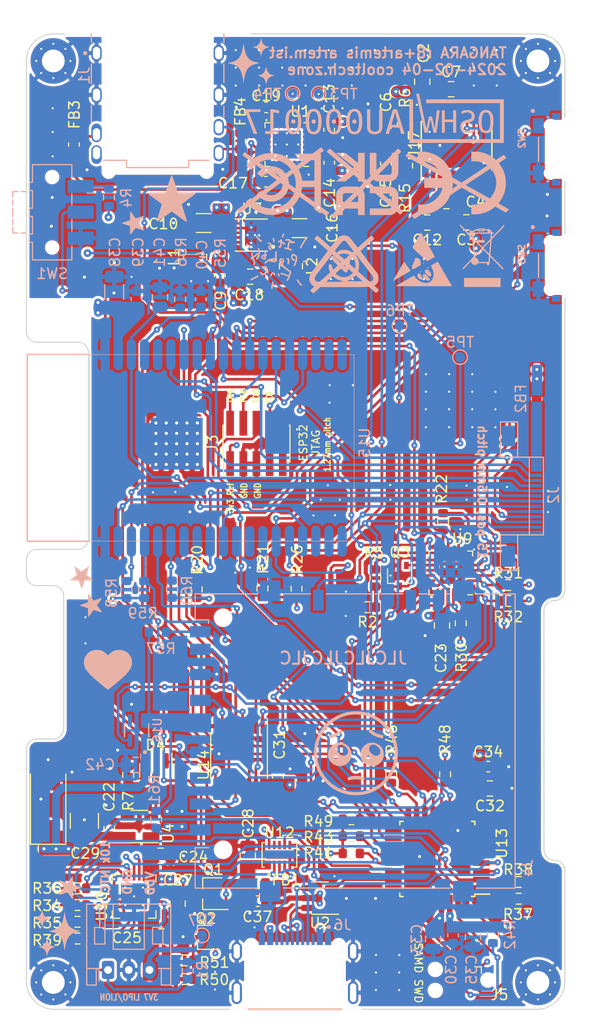
<source format=kicad_pcb>
(kicad_pcb (version 20221018) (generator pcbnew)

  (general
    (thickness 1.566672)
  )

  (paper "A4")
  (title_block
    (comment 4 "AISLER Project ID: ATEUINQR")
  )

  (layers
    (0 "F.Cu" signal)
    (1 "In1.Cu" signal)
    (2 "In2.Cu" signal)
    (31 "B.Cu" signal)
    (32 "B.Adhes" user "B.Adhesive")
    (33 "F.Adhes" user "F.Adhesive")
    (34 "B.Paste" user)
    (35 "F.Paste" user)
    (36 "B.SilkS" user "B.Silkscreen")
    (37 "F.SilkS" user "F.Silkscreen")
    (38 "B.Mask" user)
    (39 "F.Mask" user)
    (40 "Dwgs.User" user "User.Drawings")
    (41 "Cmts.User" user "User.Comments")
    (42 "Eco1.User" user "User.Eco1")
    (43 "Eco2.User" user "User.Eco2")
    (44 "Edge.Cuts" user)
    (45 "Margin" user)
    (46 "B.CrtYd" user "B.Courtyard")
    (47 "F.CrtYd" user "F.Courtyard")
    (48 "B.Fab" user)
    (49 "F.Fab" user)
    (50 "User.1" user)
    (51 "User.2" user)
    (52 "User.3" user)
    (53 "User.4" user)
    (54 "User.5" user)
    (55 "User.6" user)
    (56 "User.7" user)
    (57 "User.8" user)
    (58 "User.9" user)
  )

  (setup
    (stackup
      (layer "F.SilkS" (type "Top Silk Screen") (color "White"))
      (layer "F.Paste" (type "Top Solder Paste"))
      (layer "F.Mask" (type "Top Solder Mask") (color "Purple") (thickness 0.0254))
      (layer "F.Cu" (type "copper") (thickness 0.04318))
      (layer "dielectric 1" (type "prepreg") (thickness 0.202184) (material "FR408-HR") (epsilon_r 3.69) (loss_tangent 0.0091))
      (layer "In1.Cu" (type "copper") (thickness 0.017272))
      (layer "dielectric 2" (type "core") (thickness 0.9906) (material "FR408-HR") (epsilon_r 3.69) (loss_tangent 0.0091))
      (layer "In2.Cu" (type "copper") (thickness 0.017272))
      (layer "dielectric 3" (type "prepreg") (thickness 0.202184) (material "FR408-HR") (epsilon_r 3.69) (loss_tangent 0.0091))
      (layer "B.Cu" (type "copper") (thickness 0.04318))
      (layer "B.Mask" (type "Bottom Solder Mask") (color "Purple") (thickness 0.0254))
      (layer "B.Paste" (type "Bottom Solder Paste"))
      (layer "B.SilkS" (type "Bottom Silk Screen") (color "White"))
      (copper_finish "None")
      (dielectric_constraints no)
    )
    (pad_to_mask_clearance 0)
    (aux_axis_origin 117.25 51)
    (pcbplotparams
      (layerselection 0x00010fc_ffffffff)
      (plot_on_all_layers_selection 0x0000000_00000000)
      (disableapertmacros false)
      (usegerberextensions false)
      (usegerberattributes true)
      (usegerberadvancedattributes true)
      (creategerberjobfile true)
      (dashed_line_dash_ratio 12.000000)
      (dashed_line_gap_ratio 3.000000)
      (svgprecision 6)
      (plotframeref false)
      (viasonmask false)
      (mode 1)
      (useauxorigin false)
      (hpglpennumber 1)
      (hpglpenspeed 20)
      (hpglpendiameter 15.000000)
      (dxfpolygonmode true)
      (dxfimperialunits true)
      (dxfusepcbnewfont true)
      (psnegative false)
      (psa4output false)
      (plotreference true)
      (plotvalue true)
      (plotinvisibletext false)
      (sketchpadsonfab false)
      (subtractmaskfromsilk true)
      (outputformat 1)
      (mirror false)
      (drillshape 0)
      (scaleselection 1)
      (outputdirectory "gerbers2")
    )
  )

  (net 0 "")
  (net 1 "GND")
  (net 2 "/ESP_EN")
  (net 3 "BAT_LEVEL")
  (net 4 "SYS_POWER")
  (net 5 "USB.DP")
  (net 6 "USB.DN")
  (net 7 "3.5mm_DETECT")
  (net 8 "/JTAG.TMS")
  (net 9 "/JTAG.TCK")
  (net 10 "/JTAG.TDO")
  (net 11 "/JTAG.TDI")
  (net 12 "/SWD.SWDIO")
  (net 13 "/SWD.SWCLK")
  (net 14 "/SWD.RESET")
  (net 15 "/Power/NTC")
  (net 16 "~{CHG_PWR_OK}")
  (net 17 "I2C.SCL")
  (net 18 "VBUS")
  (net 19 "I2C.SDA")
  (net 20 "ESP_SPI.PICO")
  (net 21 "unconnected-(U9-IO0_5-Pad6)")
  (net 22 "ESP_SPI.SCLK")
  (net 23 "ESP_SPI.DISPLAY_CS")
  (net 24 "DISPLAY_LED_EN")
  (net 25 "/ESP_BOOT")
  (net 26 "~{SD_VDD_EN}")
  (net 27 "/UART.ESP.TX")
  (net 28 "ESP_SPI.POCI")
  (net 29 "DAC.DATA")
  (net 30 "DAC.BCK")
  (net 31 "ESP_SPI.SD_CS")
  (net 32 "DAC.LRCK")
  (net 33 "SAMD_SPI.POCI")
  (net 34 "/UART.ESP.RX")
  (net 35 "SAMD_SPI.CS")
  (net 36 "SAMD_SPI.PICO")
  (net 37 "/~{SAMD_INT}")
  (net 38 "SAMD_SPI.SCLK")
  (net 39 "CHG_SEL")
  (net 40 "AMP_EN")
  (net 41 "/Power/VBUS_SWITCHED")
  (net 42 "~{GPIO_INT}")
  (net 43 "USB_TCC0")
  (net 44 "USB_TCC1")
  (net 45 "KEY_LOCK")
  (net 46 "CHG_STAT1")
  (net 47 "CHG_STAT2")
  (net 48 "~{TOUCH_INT}")
  (net 49 "DISPLAY_DR")
  (net 50 "+3V3")
  (net 51 "+5VA")
  (net 52 "-5VA")
  (net 53 "KEY_VOL_UP")
  (net 54 "Net-(J7-Pin_3)")
  (net 55 "Net-(U1B-+)")
  (net 56 "KEY_VOL_DOWN")
  (net 57 "Net-(J4-CD{slash}DAT3)")
  (net 58 "Net-(J4-CMD)")
  (net 59 "Net-(J4-CLK)")
  (net 60 "Net-(J4-DAT0)")
  (net 61 "Net-(J4-DAT1)")
  (net 62 "Net-(J4-DAT2)")
  (net 63 "unconnected-(J1-Pad6)")
  (net 64 "Net-(J6-CC1)")
  (net 65 "Net-(U13-VDDCORE)")
  (net 66 "unconnected-(J3-UART_TX-Pad7)")
  (net 67 "unconnected-(J3-UART_RX-Pad9)")
  (net 68 "unconnected-(J3-nRst-Pad10)")
  (net 69 "unconnected-(J6-SBU1-PadA8)")
  (net 70 "unconnected-(J6-SBU2-PadB8)")
  (net 71 "Net-(U7-SWN)")
  (net 72 "Net-(U7-SWP)")
  (net 73 "Net-(Q1-G)")
  (net 74 "Net-(U1A-+)")
  (net 75 "Net-(U1A--)")
  (net 76 "Net-(C17-Pad2)")
  (net 77 "Net-(U1B--)")
  (net 78 "Net-(C19-Pad2)")
  (net 79 "Net-(U14E-~{OE})")
  (net 80 "Net-(U14E-S)")
  (net 81 "SYS_PWR_EN_SAMD")
  (net 82 "Net-(U10-CE)")
  (net 83 "Net-(U10-PROG3)")
  (net 84 "Net-(U10-PROG2)")
  (net 85 "Net-(U10-PROG1)")
  (net 86 "unconnected-(U1C-NC-Pad4)")
  (net 87 "unconnected-(U1-Pad6)")
  (net 88 "unconnected-(U1-Pad7)")
  (net 89 "unconnected-(U1-Pad8)")
  (net 90 "unconnected-(U1C-NC-Pad15)")
  (net 91 "unconnected-(U12-ORIENT-Pad8)")
  (net 92 "unconnected-(U12-SWMONI-Pad9)")
  (net 93 "unconnected-(U15-I39{slash}NOINT-Pad5)")
  (net 94 "unconnected-(U15-SHD{slash}SD2-Pad17)")
  (net 95 "unconnected-(U15-SWP{slash}SD3-Pad18)")
  (net 96 "unconnected-(U15-SCS{slash}CMD-Pad19)")
  (net 97 "unconnected-(U15-SCK{slash}CLK-Pad20)")
  (net 98 "unconnected-(U15-SDO{slash}SD0-Pad21)")
  (net 99 "unconnected-(U15-SDI{slash}SD1-Pad22)")
  (net 100 "unconnected-(U15-IO16-Pad27)")
  (net 101 "unconnected-(U15-IO17-Pad28)")
  (net 102 "unconnected-(U15-NC-Pad32)")
  (net 103 "Net-(J2-Pin_13)")
  (net 104 "Net-(FB3-Pad2)")
  (net 105 "Net-(FB4-Pad2)")
  (net 106 "Net-(J4-VDD)")
  (net 107 "unconnected-(U16-NC-Pad4)")
  (net 108 "Net-(SW1-C)")
  (net 109 "Net-(Q1-S)")
  (net 110 "DAC.MCK")
  (net 111 "SD_CD")
  (net 112 "Net-(U17-CPCA)")
  (net 113 "Net-(U17-CPCB)")
  (net 114 "unconnected-(U1-Pad1)")
  (net 115 "Net-(U17-VMID)")
  (net 116 "Net-(U17-CPVOUTN)")
  (net 117 "unconnected-(U1-Pad23)")
  (net 118 "Net-(U17-LINEVOUTL)")
  (net 119 "Net-(U17-LINEVOUTR)")
  (net 120 "unconnected-(U1-Pad24)")
  (net 121 "unconnected-(U17-ZFLAG-Pad7)")
  (net 122 "unconnected-(U9-IO0_6-Pad7)")
  (net 123 "Net-(Q3-G)")
  (net 124 "unconnected-(U9-IO1_5-Pad15)")
  (net 125 "unconnected-(U9-IO1_6-Pad16)")
  (net 126 "unconnected-(U9-IO1_7-Pad17)")
  (net 127 "Net-(U4-EN)")
  (net 128 "unconnected-(U4-NC-Pad4)")
  (net 129 "unconnected-(U13-PA06-Pad7)")
  (net 130 "unconnected-(U13-PA27-Pad25)")
  (net 131 "unconnected-(U13-PA28-Pad27)")
  (net 132 "Net-(Q2-D)")
  (net 133 "Net-(J6-CC2)")
  (net 134 "unconnected-(U13-PA07-Pad8)")
  (net 135 "unconnected-(U9-IO1_3-Pad13)")
  (net 136 "Net-(J6-DP-PadA6)")
  (net 137 "Net-(J6-DN-PadA7)")
  (net 138 "AMP_MUTE")
  (net 139 "unconnected-(J5-SWO-Pad6)")

  (footprint "Package_TO_SOT_SMD:TSOT-23" (layer "F.Cu") (at 135.476849 134.455179 180))

  (footprint "Package_TO_SOT_SMD:SOT-23-5" (layer "F.Cu") (at 128.415497 127.954481 180))

  (footprint "footprints:MountingHole_2.2mm_M2_Pad_Via2" (layer "F.Cu") (at 166.9 143))

  (footprint "Inductor_SMD:L_1008_2520Metric" (layer "F.Cu") (at 133.801417 72.973879 90))

  (footprint "Capacitor_SMD:C_0805_2012Metric" (layer "F.Cu") (at 130.473198 130.774567))

  (footprint "Resistor_SMD:R_0603_1608Metric" (layer "F.Cu") (at 122.434189 137.149989 180))

  (footprint "Resistor_SMD:R_0603_1608Metric" (layer "F.Cu") (at 151.198456 103.968297 -90))

  (footprint "footprints:QFN-20-1EP_4x4mm_P0.5mm_EP2.5x2.5mm_ThermalVias2" (layer "F.Cu") (at 127.902083 134.695156 -90))

  (footprint "Capacitor_SMD:C_0805_2012Metric" (layer "F.Cu") (at 130.529632 138.571066))

  (footprint "Capacitor_SMD:C_0603_1608Metric" (layer "F.Cu") (at 152.216943 60.416276 -90))

  (footprint "Package_DFN_QFN:HVQFN-24-1EP_4x4mm_P0.5mm_EP2.1x2.1mm" (layer "F.Cu") (at 158.484595 103.47166 180))

  (footprint "Package_TO_SOT_SMD:SOT-23" (layer "F.Cu") (at 130.000805 122.549717 -90))

  (footprint "Resistor_SMD:R_0603_1608Metric" (layer "F.Cu") (at 148.873745 127.25515))

  (footprint "Capacitor_Tantalum_SMD:CP_EIA-6032-28_Kemet-C" (layer "F.Cu") (at 119.6 125.9 90))

  (footprint "Capacitor_SMD:C_0603_1608Metric" (layer "F.Cu") (at 136.172745 74.724126 -90))

  (footprint "Resistor_SMD:R_0603_1608Metric" (layer "F.Cu") (at 165.049071 134.922126 180))

  (footprint "Resistor_SMD:R_0603_1608Metric" (layer "F.Cu") (at 159.445045 108.327463 90))

  (footprint "Capacitor_SMD:C_0603_1608Metric" (layer "F.Cu") (at 125.5 128.089529 90))

  (footprint "Package_TO_SOT_SMD:SOT-323_SC-70" (layer "F.Cu") (at 153.539681 103.751753 -90))

  (footprint "Capacitor_SMD:C_0603_1608Metric" (layer "F.Cu") (at 146.738191 60.685697 -90))

  (footprint "Resistor_SMD:R_0603_1608Metric" (layer "F.Cu") (at 165.050103 133.305697 180))

  (footprint "Capacitor_SMD:C_0603_1608Metric" (layer "F.Cu") (at 152.216095 63.952058 90))

  (footprint "footprints:BD91N01NUX-E2" (layer "F.Cu") (at 141.938445 130.694772 90))

  (footprint "Connector:Tag-Connect_TC2030-IDC-NL_2x03_P1.27mm_Vertical" (layer "F.Cu") (at 159.53 142.765 180))

  (footprint "Capacitor_SMD:C_0805_2012Metric" (layer "F.Cu") (at 159.982062 69.634671 180))

  (footprint "Resistor_SMD:R_0603_1608Metric" (layer "F.Cu") (at 122.434189 138.766966 180))

  (footprint "Inductor_SMD:L_0603_1608Metric" (layer "F.Cu") (at 139.793489 133.408759 180))

  (footprint "Resistor_SMD:R_0603_1608Metric" (layer "F.Cu") (at 148.873745 130.546956))

  (footprint "Resistor_SMD:R_0805_2012Metric" (layer "F.Cu") (at 154.05507 60.232017 -90))

  (footprint "Capacitor_SMD:C_0603_1608Metric" (layer "F.Cu") (at 140.620589 65.704592 180))

  (footprint "Capacitor_SMD:C_0805_2012Metric" (layer "F.Cu") (at 132.103885 135.401996 -90))

  (footprint "Capacitor_SMD:C_0603_1608Metric" (layer "F.Cu") (at 139.845147 135.157118 180))

  (footprint "Resistor_SMD:R_0603_1608Metric" (layer "F.Cu") (at 157.736387 98.523188 90))

  (footprint "Capacitor_SMD:C_0805_2012Metric" (layer "F.Cu") (at 139.111897 74.874786))

  (footprint "Resistor_SMD:R_0603_1608Metric" (layer "F.Cu") (at 122.439406 135.533013))

  (footprint "Resistor_SMD:R_0603_1608Metric" (layer "F.Cu") (at 132.78644 140.877326))

  (footprint "Inductor_SMD:L_1008_2520Metric" (layer "F.Cu") (at 143.044904 73.86026 -90))

  (footprint "Capacitor_SMD:C_0805_2012Metric" (layer "F.Cu") (at 156.207041 69.648592 180))

  (footprint "Capacitor_SMD:C_0805_2012Metric" (layer "F.Cu") (at 158.07357 67.582319 180))

  (footprint "Package_SO:TSSOP-16_4.4x5mm_P0.65mm" (layer "F.Cu") (at 138.037154 121.127252 -90))

  (footprint "Capacitor_SMD:C_0805_2012Metric" (layer "F.Cu") (at 158.513691 56.778764))

  (footprint "Inductor_SMD:L_0603_1608Metric" (layer "F.Cu") (at 138.136435 61.76766 -90))

  (footprint "Resistor_SMD:R_0603_1608Metric" (layer "F.Cu") (at 133.941895 105.064074 90))

  (footprint "NetTie:NetTie-2_SMD_Pad0.5mm" (layer "F.Cu") (at 146.902022 104.10454 -90))

  (footprint "Resistor_SMD:R_0603_1608Metric" (layer "F.Cu") (at 143.585559 104.993281 90))

  (footprint "Resistor_SMD:R_0603_1608Metric" (layer "F.Cu")
    (tstamp 974fc9af-946e-4fa0-850c-66d1e6e525aa)
    (at 140.296114 104.976392 90)
    (descr "Resistor SMD 0603 (1608 Metric), square (rectangular) end terminal, IPC_7351 nominal, (Body size source: IPC-SM-782 page 72, https://www.pcb-3d.com/wordpress/wp-content/uploads/ipc-sm-782a_amendment_1_and_2.pdf), generated with kicad-footprint-generator")
    (tags "resistor")
    (property "MPN" "AC0603JR-0710KL")
    (property "PN" "")
    (property "Sheetfile" "tangara-mainboard.kicad_sch")
    (property "Sheetname" "")
    (property "ki_description" "Resistor, small symbol")
    (property "ki_keywords" "R resistor")
    (path "/0c33a120-06ee-4632-8d04-d46518c64316")
    (attr smd)
    (fp_text reference "R21" (at 4.395068 0.062208 90) (layer "F.SilkS")
        (effects (font (size 1 1) (thickness 0.15)) (justify right))
      (tstamp b1a76529-2182-4716-b6bf-8a3760bac41f)
    )
    (fp_text value "10kΩ" (at 0 1.43 90) (layer "F.Fab")
        (effects (font (size 1 1) (thickness 0.15)))
      (tstamp aec951bc-8501-44ed-8ec4-b34c9cc7f164)
    )
    (fp_text user "${REFERENCE}" (at 0 0 90) (layer "F.Fab")
        (effects (font (size 0.4 0.4) (thickness 0.06)))
      (tstamp 7985930e-b2f7-48c7-8923-7f2974540d2e)
    )
    (fp_line (start -0.237258 -0.5225) (end 0.237258 -0.5225)
      (stroke (width 0.12) (type solid)) (layer "F.SilkS") (tstamp 6f038f0b-246b-4157-ab10-2073b1430396))
    (fp_line (start -0.237258 0.5225) (end 0.237258 0.5225)
      (stroke (width 0.12) (type solid)) (layer "F.SilkS") (tstamp 0308150d-8ff9-462f-a731-9428aeb50353))
    (fp_line (start -1.48 -0.73) (end 1.48 -0.73)
      (stroke (width 0.05) (type solid)) (layer "F.CrtYd") (tstamp adefb526-1368-4b84-99e3-fa6e89e7e71d))
    (fp_line (start -1.48 0.73) (end -1.48 -0.73)
      (stroke (width 0.05) (type solid)) (layer "F.CrtYd") (tstamp 06b5a7e5-7607-42a8-a371-4db35f3b00a9))
    (fp_line (start 1.48 -0.73) (end 1.48 0.73)
      (stroke (width 0.05) (type solid)) (layer "F.CrtYd") (tstamp e47f6768-3dd2-464e-8189-9b5f2503a97f))
    (fp_line (start 1.48 0.73) (end -1.48 0.73)
      (stroke (width 0.05) (type solid)) (layer "F.CrtYd") (tstamp d2bda7af-1b47-441d-bc4e-ba29cdca376f))
    (fp_line (start -0.8 -0.4125) (end 0.8 -0.4125)
      (stroke (width 0.1) (type solid)) (layer "F.Fab") (tstamp 19e321af-f1c4-446e-b4fb-e89d82d05cf7))
    (fp_line (start -0.8 0.4125) (end -0.8 -0.4125)
      (stroke (width 0.1) (type solid)) (layer "F.Fab") (tstamp e966521d-f084-420e-8ae3-f38b9b5dcb27))
    (fp
... [2902215 chars truncated]
</source>
